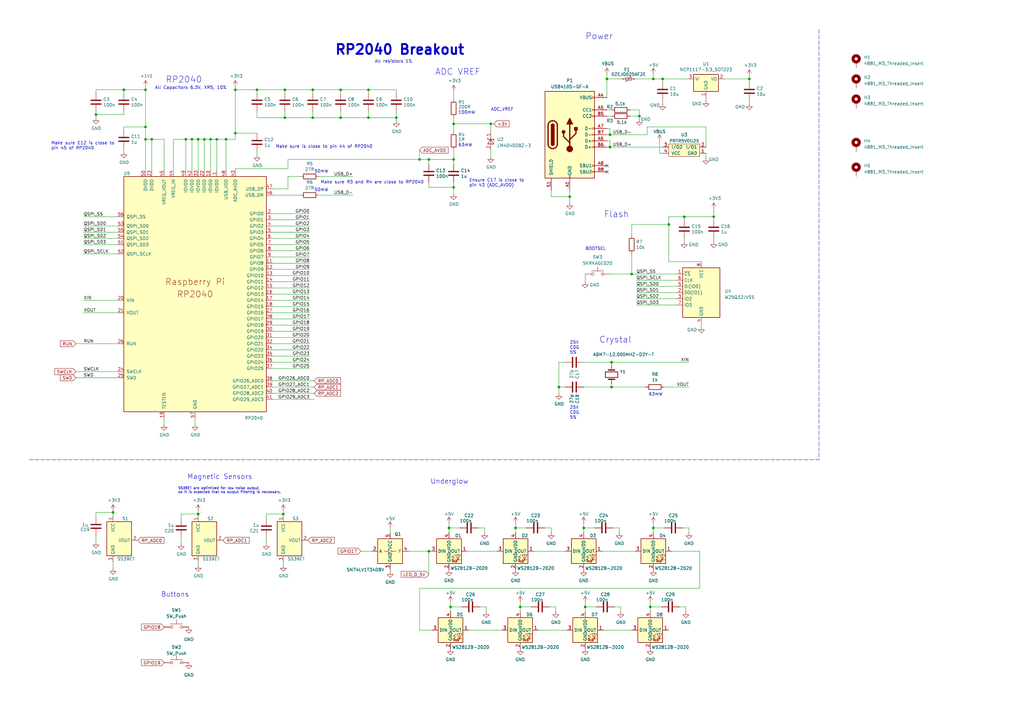
<source format=kicad_sch>
(kicad_sch (version 20230121) (generator eeschema)
  (paper "A3")
  (title_block (title "RP2040 Minimal Design Example") (date "2020-12-18") (rev "REV1") (company "Raspberry Pi (Trading) Ltd"))
  (junction (at 172.085 65.405))
  (junction (at 59.69 36.83))
  (junction (at 250.825 158.75))
  (junction (at 184.15 216.535))
  (junction (at 162.56 48.26))
  (junction (at 46.355 210.185))
  (junction (at 280.67 88.9))
  (junction (at 262.255 47.625))
  (junction (at 96.52 54.61))
  (junction (at 186.055 50.8))
  (junction (at 233.68 80.645))
  (junction (at 151.13 48.26))
  (junction (at 116.205 210.82))
  (junction (at 267.97 32.385))
  (junction (at 211.455 216.535))
  (junction (at 240.03 248.92))
  (junction (at 50.8 36.83))
  (junction (at 86.36 57.15))
  (junction (at 201.295 50.8))
  (junction (at 186.055 65.405))
  (junction (at 259.08 112.395))
  (junction (at 267.97 216.535))
  (junction (at 76.2 57.15))
  (junction (at 213.36 248.92))
  (junction (at 116.84 48.26))
  (junction (at 271.78 32.385))
  (junction (at 83.82 57.15))
  (junction (at 62.23 57.15))
  (junction (at 184.785 248.92))
  (junction (at 248.92 32.385))
  (junction (at 292.735 88.9))
  (junction (at 92.71 57.15))
  (junction (at 307.34 32.385))
  (junction (at 151.13 36.83))
  (junction (at 250.19 60.325))
  (junction (at 59.69 57.15))
  (junction (at 96.52 36.83))
  (junction (at 88.9 57.15))
  (junction (at 274.32 92.075))
  (junction (at 59.69 52.07))
  (junction (at 78.74 57.15))
  (junction (at 81.28 57.15))
  (junction (at 81.28 210.82))
  (junction (at 250.825 148.59))
  (junction (at 250.19 55.245))
  (junction (at 128.27 36.83))
  (junction (at 229.235 158.75))
  (junction (at 128.27 48.26))
  (junction (at 39.37 46.99))
  (junction (at 116.84 36.83))
  (junction (at 175.895 226.06))
  (junction (at 266.7 248.92))
  (junction (at 105.41 36.83))
  (junction (at 239.395 216.535))
  (junction (at 139.7 48.26))
  (junction (at 175.895 65.405))
  (junction (at 186.055 76.835))
  (junction (at 139.7 36.83))
  (no_connect (at 248.92 67.945))
  (no_connect (at 248.92 70.485))
  (wire (pts (xy 184.785 248.92) (xy 184.785 250.825)))
  (wire (pts (xy 34.29 100.33) (xy 48.26 100.33)))
  (wire (pts (xy 271.78 62.865) (xy 270.51 62.865)))
  (wire (pts (xy 92.71 69.85) (xy 92.71 57.15)))
  (wire (pts (xy 74.295 220.345) (xy 74.295 222.885)))
  (wire (pts (xy 116.205 210.82) (xy 109.22 210.82)))
  (wire (pts (xy 46.355 230.505) (xy 46.355 233.045)))
  (wire (pts (xy 191.77 226.06) (xy 203.835 226.06)))
  (wire (pts (xy 48.26 128.27) (xy 34.29 128.27)))
  (wire (pts (xy 59.69 36.83) (xy 59.69 52.07)))
  (wire (pts (xy 48.26 104.14) (xy 34.29 104.14)))
  (wire (pts (xy 281.94 32.385) (xy 271.78 32.385)))
  (wire (pts (xy 247.65 258.445) (xy 259.08 258.445)))
  (wire (pts (xy 39.37 36.83) (xy 50.8 36.83)))
  (wire (pts (xy 96.52 35.56) (xy 96.52 36.83)))
  (wire (pts (xy 239.395 216.535) (xy 243.84 216.535)))
  (wire (pts (xy 128.27 36.83) (xy 139.7 36.83)))
  (wire (pts (xy 250.825 157.48) (xy 250.825 158.75)))
  (wire (pts (xy 260.35 32.385) (xy 267.97 32.385)))
  (wire (pts (xy 50.8 60.96) (xy 50.8 62.23)))
  (wire (pts (xy 50.8 52.07) (xy 59.69 52.07)))
  (wire (pts (xy 292.735 90.17) (xy 292.735 88.9)))
  (wire (pts (xy 111.76 151.13) (xy 127 151.13)))
  (wire (pts (xy 111.76 140.97) (xy 127 140.97)))
  (wire (pts (xy 292.735 88.9) (xy 280.67 88.9)))
  (wire (pts (xy 239.395 148.59) (xy 250.825 148.59)))
  (wire (pts (xy 81.28 57.15) (xy 83.82 57.15)))
  (wire (pts (xy 240.03 248.92) (xy 244.475 248.92)))
  (wire (pts (xy 139.7 45.72) (xy 139.7 48.26)))
  (wire (pts (xy 250.825 45.085) (xy 248.92 45.085)))
  (wire (pts (xy 105.41 36.83) (xy 116.84 36.83)))
  (wire (pts (xy 240.03 112.395) (xy 240.03 115.57)))
  (wire (pts (xy 274.32 92.075) (xy 274.32 88.9)))
  (wire (pts (xy 48.26 88.9) (xy 34.29 88.9)))
  (wire (pts (xy 250.825 158.75) (xy 264.795 158.75)))
  (wire (pts (xy 213.36 248.92) (xy 217.805 248.92)))
  (wire (pts (xy 186.055 74.93) (xy 186.055 76.835)))
  (wire (pts (xy 160.02 216.535) (xy 160.02 218.44)))
  (wire (pts (xy 184.785 248.92) (xy 189.23 248.92)))
  (wire (pts (xy 46.355 209.55) (xy 46.355 210.185)))
  (wire (pts (xy 118.11 69.215) (xy 118.11 65.405)))
  (wire (pts (xy 297.18 32.385) (xy 307.34 32.385)))
  (wire (pts (xy 34.29 123.19) (xy 48.26 123.19)))
  (wire (pts (xy 250.19 60.325) (xy 271.78 60.325)))
  (wire (pts (xy 267.97 216.535) (xy 272.415 216.535)))
  (wire (pts (xy 88.9 57.15) (xy 92.71 57.15)))
  (wire (pts (xy 186.055 50.8) (xy 201.295 50.8)))
  (wire (pts (xy 81.28 69.85) (xy 81.28 57.15)))
  (wire (pts (xy 111.76 120.65) (xy 127 120.65)))
  (wire (pts (xy 184.15 216.535) (xy 184.15 218.44)))
  (wire (pts (xy 116.84 48.26) (xy 105.41 48.26)))
  (wire (pts (xy 172.085 258.445) (xy 177.165 258.445)))
  (wire (pts (xy 59.69 57.15) (xy 59.69 69.85)))
  (wire (pts (xy 116.205 210.82) (xy 116.205 211.455)))
  (wire (pts (xy 111.76 138.43) (xy 127 138.43)))
  (wire (pts (xy 111.76 92.71) (xy 127 92.71)))
  (wire (pts (xy 175.895 235.585) (xy 175.895 226.06)))
  (wire (pts (xy 111.76 118.11) (xy 127 118.11)))
  (wire (pts (xy 250.19 55.245) (xy 265.43 55.245)))
  (wire (pts (xy 248.92 47.625) (xy 250.825 47.625)))
  (wire (pts (xy 265.43 52.07) (xy 265.43 55.245)))
  (wire (pts (xy 233.68 80.645) (xy 233.68 83.185)))
  (wire (pts (xy 267.97 32.385) (xy 271.78 32.385)))
  (wire (pts (xy 213.36 248.92) (xy 213.36 250.825)))
  (wire (pts (xy 96.52 54.61) (xy 105.41 54.61)))
  (wire (pts (xy 281.305 248.92) (xy 278.765 248.92)))
  (wire (pts (xy 128.27 38.1) (xy 128.27 36.83)))
  (wire (pts (xy 250.19 52.705) (xy 250.19 55.245)))
  (wire (pts (xy 219.075 226.06) (xy 231.775 226.06)))
  (wire (pts (xy 76.2 69.85) (xy 76.2 57.15)))
  (polyline (pts (xy 335.915 12.065) (xy 335.915 188.595)) (stroke (width 0) (type dash)))
  (wire (pts (xy 116.84 45.72) (xy 116.84 48.26)))
  (wire (pts (xy 96.52 36.83) (xy 96.52 54.61)))
  (wire (pts (xy 199.39 248.92) (xy 199.39 250.825)))
  (wire (pts (xy 266.7 248.92) (xy 271.145 248.92)))
  (wire (pts (xy 81.28 209.55) (xy 81.28 210.82)))
  (wire (pts (xy 287.02 226.06) (xy 275.59 226.06)))
  (wire (pts (xy 250.825 149.86) (xy 250.825 148.59)))
  (wire (pts (xy 231.775 158.75) (xy 229.235 158.75)))
  (wire (pts (xy 198.755 216.535) (xy 198.755 218.44)))
  (wire (pts (xy 186.055 65.405) (xy 186.055 67.31)))
  (wire (pts (xy 287.655 132.715) (xy 287.655 133.985)))
  (wire (pts (xy 105.41 38.1) (xy 105.41 36.83)))
  (wire (pts (xy 248.92 32.385) (xy 248.92 40.005)))
  (wire (pts (xy 62.23 69.85) (xy 62.23 57.15)))
  (wire (pts (xy 254 216.535) (xy 251.46 216.535)))
  (wire (pts (xy 172.085 241.3) (xy 172.085 258.445)))
  (wire (pts (xy 109.22 220.345) (xy 109.22 222.885)))
  (wire (pts (xy 92.71 57.15) (xy 96.52 57.15)))
  (wire (pts (xy 262.255 47.625) (xy 262.255 48.895)))
  (wire (pts (xy 167.64 226.06) (xy 175.895 226.06)))
  (wire (pts (xy 175.895 226.06) (xy 176.53 226.06)))
  (wire (pts (xy 34.29 92.71) (xy 48.26 92.71)))
  (wire (pts (xy 184.15 214.63) (xy 184.15 216.535)))
  (wire (pts (xy 248.92 30.48) (xy 248.92 32.385)))
  (wire (pts (xy 267.97 30.48) (xy 267.97 32.385)))
  (wire (pts (xy 83.82 57.15) (xy 86.36 57.15)))
  (wire (pts (xy 111.76 87.63) (xy 127 87.63)))
  (wire (pts (xy 88.9 57.15) (xy 88.9 69.85)))
  (wire (pts (xy 111.76 107.95) (xy 127 107.95)))
  (wire (pts (xy 227.965 248.92) (xy 227.965 250.825)))
  (wire (pts (xy 240.03 248.92) (xy 240.03 250.825)))
  (wire (pts (xy 184.785 247.015) (xy 184.785 248.92)))
  (wire (pts (xy 172.085 61.595) (xy 172.085 65.405)))
  (wire (pts (xy 307.34 41.275) (xy 307.34 42.545)))
  (wire (pts (xy 162.56 38.1) (xy 162.56 36.83)))
  (wire (pts (xy 130.81 80.01) (xy 144.78 80.01)))
  (wire (pts (xy 250.19 112.395) (xy 259.08 112.395)))
  (wire (pts (xy 111.76 133.35) (xy 127 133.35)))
  (wire (pts (xy 271.78 41.275) (xy 271.78 42.545)))
  (wire (pts (xy 111.76 105.41) (xy 127 105.41)))
  (wire (pts (xy 81.28 210.82) (xy 74.295 210.82)))
  (wire (pts (xy 34.29 95.25) (xy 48.26 95.25)))
  (wire (pts (xy 151.13 38.1) (xy 151.13 36.83)))
  (wire (pts (xy 250.19 60.325) (xy 250.19 57.785)))
  (wire (pts (xy 118.11 72.39) (xy 123.19 72.39)))
  (wire (pts (xy 67.31 69.85) (xy 67.31 57.15)))
  (wire (pts (xy 151.13 45.72) (xy 151.13 48.26)))
  (wire (pts (xy 111.76 130.81) (xy 127 130.81)))
  (wire (pts (xy 281.305 248.92) (xy 281.305 250.825)))
  (wire (pts (xy 80.01 171.45) (xy 80.01 173.99)))
  (wire (pts (xy 111.76 128.27) (xy 127 128.27)))
  (wire (pts (xy 259.08 104.14) (xy 259.08 112.395)))
  (wire (pts (xy 201.295 50.8) (xy 201.295 53.975)))
  (wire (pts (xy 39.37 46.99) (xy 39.37 48.26)))
  (wire (pts (xy 280.67 88.9) (xy 274.32 88.9)))
  (wire (pts (xy 186.055 61.595) (xy 186.055 65.405)))
  (wire (pts (xy 229.235 148.59) (xy 229.235 158.75)))
  (wire (pts (xy 31.115 140.97) (xy 48.26 140.97)))
  (wire (pts (xy 39.37 46.99) (xy 50.8 46.99)))
  (wire (pts (xy 227.965 248.92) (xy 225.425 248.92)))
  (wire (pts (xy 289.56 62.865) (xy 289.56 64.77)))
  (wire (pts (xy 111.76 125.73) (xy 127 125.73)))
  (polyline (pts (xy 12.065 188.595) (xy 335.915 188.595)) (stroke (width 0) (type dash)))
  (wire (pts (xy 111.76 115.57) (xy 127 115.57)))
  (wire (pts (xy 78.74 57.15) (xy 81.28 57.15)))
  (wire (pts (xy 282.575 216.535) (xy 280.035 216.535)))
  (wire (pts (xy 39.37 219.71) (xy 39.37 222.25)))
  (wire (pts (xy 151.13 48.26) (xy 162.56 48.26)))
  (wire (pts (xy 270.51 62.865) (xy 270.51 57.785)))
  (wire (pts (xy 31.115 152.4) (xy 48.26 152.4)))
  (wire (pts (xy 266.7 247.015) (xy 266.7 248.92)))
  (wire (pts (xy 277.495 117.475) (xy 260.985 117.475)))
  (wire (pts (xy 211.455 214.63) (xy 211.455 216.535)))
  (wire (pts (xy 105.41 45.72) (xy 105.41 48.26)))
  (wire (pts (xy 71.12 57.15) (xy 76.2 57.15)))
  (wire (pts (xy 198.755 216.535) (xy 196.215 216.535)))
  (wire (pts (xy 262.255 45.085) (xy 262.255 47.625)))
  (wire (pts (xy 74.295 210.82) (xy 74.295 212.725)))
  (wire (pts (xy 175.895 65.405) (xy 186.055 65.405)))
  (wire (pts (xy 239.395 158.75) (xy 250.825 158.75)))
  (wire (pts (xy 151.13 36.83) (xy 162.56 36.83)))
  (wire (pts (xy 231.775 148.59) (xy 229.235 148.59)))
  (wire (pts (xy 186.055 48.26) (xy 186.055 50.8)))
  (wire (pts (xy 130.81 72.39) (xy 144.78 72.39)))
  (wire (pts (xy 280.67 90.17) (xy 280.67 88.9)))
  (wire (pts (xy 307.34 32.385) (xy 307.34 31.115)))
  (wire (pts (xy 292.735 85.725) (xy 292.735 88.9)))
  (wire (pts (xy 265.43 52.07) (xy 289.56 52.07)))
  (wire (pts (xy 111.76 156.21) (xy 128.905 156.21)))
  (wire (pts (xy 260.985 125.095) (xy 277.495 125.095)))
  (wire (pts (xy 111.76 100.33) (xy 127 100.33)))
  (wire (pts (xy 59.69 35.56) (xy 59.69 36.83)))
  (wire (pts (xy 46.355 210.185) (xy 46.355 211.455)))
  (wire (pts (xy 96.52 69.215) (xy 96.52 69.85)))
  (wire (pts (xy 139.7 48.26) (xy 128.27 48.26)))
  (wire (pts (xy 147.955 226.06) (xy 152.4 226.06)))
  (wire (pts (xy 111.76 163.83) (xy 128.905 163.83)))
  (wire (pts (xy 111.76 158.75) (xy 128.905 158.75)))
  (wire (pts (xy 213.36 247.015) (xy 213.36 248.92)))
  (wire (pts (xy 175.895 65.405) (xy 175.895 67.31)))
  (wire (pts (xy 111.76 113.03) (xy 127 113.03)))
  (wire (pts (xy 39.37 45.72) (xy 39.37 46.99)))
  (wire (pts (xy 160.02 233.68) (xy 160.02 234.315)))
  (wire (pts (xy 240.03 247.015) (xy 240.03 248.92)))
  (wire (pts (xy 229.235 158.75) (xy 229.235 161.29)))
  (wire (pts (xy 116.205 209.55) (xy 116.205 210.82)))
  (wire (pts (xy 186.055 37.465) (xy 186.055 40.64)))
  (wire (pts (xy 105.41 63.5) (xy 105.41 62.23)))
  (wire (pts (xy 239.395 216.535) (xy 239.395 218.44)))
  (wire (pts (xy 307.34 33.655) (xy 307.34 32.385)))
  (wire (pts (xy 111.76 97.79) (xy 127 97.79)))
  (wire (pts (xy 186.055 50.8) (xy 186.055 53.975)))
  (wire (pts (xy 260.985 122.555) (xy 277.495 122.555)))
  (wire (pts (xy 287.02 226.06) (xy 287.02 241.3)))
  (wire (pts (xy 31.115 154.94) (xy 48.26 154.94)))
  (wire (pts (xy 111.76 161.29) (xy 128.905 161.29)))
  (wire (pts (xy 254.635 248.92) (xy 254.635 250.825)))
  (wire (pts (xy 39.37 38.1) (xy 39.37 36.83)))
  (wire (pts (xy 287.02 241.3) (xy 172.085 241.3)))
  (wire (pts (xy 271.78 33.655) (xy 271.78 32.385)))
  (wire (pts (xy 184.15 216.535) (xy 188.595 216.535)))
  (wire (pts (xy 86.36 69.85) (xy 86.36 57.15)))
  (wire (pts (xy 111.76 90.17) (xy 127 90.17)))
  (wire (pts (xy 239.395 214.63) (xy 239.395 216.535)))
  (wire (pts (xy 59.69 52.07) (xy 59.69 57.15)))
  (wire (pts (xy 267.97 216.535) (xy 267.97 218.44)))
  (wire (pts (xy 199.39 248.92) (xy 196.85 248.92)))
  (wire (pts (xy 50.8 36.83) (xy 59.69 36.83)))
  (wire (pts (xy 220.98 258.445) (xy 232.41 258.445)))
  (wire (pts (xy 211.455 216.535) (xy 215.9 216.535)))
  (wire (pts (xy 226.06 78.105) (xy 226.06 80.645)))
  (wire (pts (xy 116.84 36.83) (xy 128.27 36.83)))
  (wire (pts (xy 233.68 78.105) (xy 233.68 80.645)))
  (wire (pts (xy 226.06 80.645) (xy 233.68 80.645)))
  (wire (pts (xy 118.11 72.39) (xy 118.11 77.47)))
  (wire (pts (xy 247.015 226.06) (xy 260.35 226.06)))
  (wire (pts (xy 162.56 48.26) (xy 162.56 49.53)))
  (wire (pts (xy 96.52 54.61) (xy 96.52 57.15)))
  (wire (pts (xy 248.92 32.385) (xy 255.27 32.385)))
  (wire (pts (xy 111.76 110.49) (xy 127 110.49)))
  (wire (pts (xy 258.445 47.625) (xy 262.255 47.625)))
  (wire (pts (xy 118.11 65.405) (xy 172.085 65.405)))
  (wire (pts (xy 111.76 80.01) (xy 123.19 80.01)))
  (wire (pts (xy 67.31 57.15) (xy 62.23 57.15)))
  (wire (pts (xy 274.32 92.075) (xy 274.32 107.315)))
  (wire (pts (xy 274.32 107.315) (xy 287.655 107.315)))
  (wire (pts (xy 250.825 148.59) (xy 282.575 148.59)))
  (wire (pts (xy 78.74 69.85) (xy 78.74 57.15)))
  (wire (pts (xy 67.31 171.45) (xy 67.31 173.99)))
  (wire (pts (xy 254.635 248.92) (xy 252.095 248.92)))
  (wire (pts (xy 111.76 77.47) (xy 118.11 77.47)))
  (wire (pts (xy 81.28 231.775) (xy 81.28 230.505)))
  (wire (pts (xy 162.56 45.72) (xy 162.56 48.26)))
  (wire (pts (xy 248.92 52.705) (xy 250.19 52.705)))
  (wire (pts (xy 139.7 38.1) (xy 139.7 36.83)))
  (wire (pts (xy 116.84 38.1) (xy 116.84 36.83)))
  (wire (pts (xy 111.76 123.19) (xy 127 123.19)))
  (wire (pts (xy 211.455 216.535) (xy 211.455 218.44)))
  (wire (pts (xy 266.7 248.92) (xy 266.7 250.825)))
  (wire (pts (xy 111.76 146.05) (xy 127 146.05)))
  (wire (pts (xy 260.985 114.935) (xy 277.495 114.935)))
  (wire (pts (xy 111.76 102.87) (xy 127 102.87)))
  (wire (pts (xy 128.27 45.72) (xy 128.27 48.26)))
  (wire (pts (xy 50.8 38.1) (xy 50.8 36.83)))
  (wire (pts (xy 172.085 65.405) (xy 175.895 65.405)))
  (wire (pts (xy 34.29 97.79) (xy 48.26 97.79)))
  (wire (pts (xy 272.415 158.75) (xy 282.575 158.75)))
  (wire (pts (xy 111.76 95.25) (xy 127 95.25)))
  (wire (pts (xy 175.895 74.93) (xy 175.895 76.835)))
  (wire (pts (xy 111.76 135.89) (xy 127 135.89)))
  (wire (pts (xy 289.56 52.07) (xy 289.56 60.325)))
  (wire (pts (xy 62.23 57.15) (xy 59.69 57.15)))
  (wire (pts (xy 259.08 92.075) (xy 259.08 96.52)))
  (wire (pts (xy 259.08 112.395) (xy 277.495 112.395)))
  (wire (pts (xy 111.76 148.59) (xy 127 148.59)))
  (wire (pts (xy 248.92 57.785) (xy 250.19 57.785)))
  (wire (pts (xy 96.52 69.215) (xy 118.11 69.215)))
  (wire (pts (xy 280.67 97.79) (xy 280.67 99.06)))
  (wire (pts (xy 39.37 210.185) (xy 39.37 212.09)))
  (wire (pts (xy 71.12 69.85) (xy 71.12 57.15)))
  (wire (pts (xy 226.06 216.535) (xy 226.06 218.44)))
  (wire (pts (xy 248.92 55.245) (xy 250.19 55.245)))
  (wire (pts (xy 282.575 216.535) (xy 282.575 218.44)))
  (wire (pts (xy 76.2 57.15) (xy 78.74 57.15)))
  (wire (pts (xy 259.08 92.075) (xy 274.32 92.075)))
  (wire (pts (xy 81.28 210.82) (xy 81.28 211.455)))
  (wire (pts (xy 83.82 69.85) (xy 83.82 57.15)))
  (wire (pts (xy 186.055 76.835) (xy 186.055 79.375)))
  (wire (pts (xy 46.355 210.185) (xy 39.37 210.185)))
  (wire (pts (xy 116.205 231.775) (xy 116.205 230.505)))
  (wire (pts (xy 277.495 120.015) (xy 260.985 120.015)))
  (wire (pts (xy 262.255 45.085) (xy 258.445 45.085)))
  (wire (pts (xy 192.405 258.445) (xy 205.74 258.445)))
  (wire (pts (xy 289.56 40.005) (xy 289.56 41.275)))
  (wire (pts (xy 226.06 216.535) (xy 223.52 216.535)))
  (wire (pts (xy 254 216.535) (xy 254 218.44)))
  (wire (pts (xy 50.8 46.99) (xy 50.8 45.72)))
  (wire (pts (xy 128.27 48.26) (xy 116.84 48.26)))
  (wire (pts (xy 50.8 53.34) (xy 50.8 52.07)))
  (wire (pts (xy 139.7 48.26) (xy 151.13 48.26)))
  (wire (pts (xy 201.295 50.8) (xy 202.565 50.8)))
  (wire (pts (xy 139.7 36.83) (xy 151.13 36.83)))
  (wire (pts (xy 248.92 60.325) (xy 250.19 60.325)))
  (wire (pts (xy 201.295 61.595) (xy 201.295 64.135)))
  (wire (pts (xy 267.97 214.63) (xy 267.97 216.535)))
  (wire (pts (xy 111.76 143.51) (xy 127 143.51)))
  (wire (pts (xy 86.36 57.15) (xy 88.9 57.15)))
  (wire (pts (xy 109.22 210.82) (xy 109.22 212.725)))
  (wire (pts (xy 292.735 97.79) (xy 292.735 99.06)))
  (wire (pts (xy 175.895 76.835) (xy 186.055 76.835)))
  (wire (pts (xy 96.52 36.83) (xy 105.41 36.83)))
  (image (at 152.4 -170.815) (scale 5.52324))
  (image (at -136.525 45.085) (scale 2.69118))
  (text "RP2040 Breakout\n" (at 137.16 22.86 0) (effects (font (size 4 4) (thickness 0.8) bold) (justify left bottom)))
  (text "All Capacitors 6.3V, XR5, 10%" (at 63.5 36.83 0) (effects (font (size 1.27 1.27)) (justify left bottom)))
  (text "Make sure C12 is close to \npin 45 of RP2040" (at 20.955 61.595 0) (effects (font (size 1.27 1.27)) (justify left bottom)))
  (text "ADC VREF" (at 178.435 31.115 0) (effects (font (size 2.54 2.54)) (justify left bottom)))
  (text "63mW" (at 266.065 162.56 0) (effects (font (size 1.27 1.27)) (justify left bottom)))
  (text "25V\nC0G\n5%" (at 233.68 145.415 0) (effects (font (size 1.27 1.27)) (justify left bottom)))
  (text "ADC_VREF" (at 201.295 45.72 0) (effects (font (size 1.27 1.27)) (justify left bottom)))
  (text "Make sure R3 and R4 are close to RP2040" (at 131.445 75.565 0) (effects (font (size 1.27 1.27)) (justify left bottom)))
  (text "Magnetic Sensors" (at 76.835 196.85 0) (effects (font (size 2 2)) (justify left bottom)))
  (text "Underglow" (at 176.53 198.755 0) (effects (font (size 2 2)) (justify left bottom)))
  (text "63mW" (at 187.96 60.325 0) (effects (font (size 1.27 1.27)) (justify left bottom)))
  (text "RP2040" (at 67.945 34.29 0) (effects (font (size 2.54 2.54)) (justify left bottom)))
  (text "SS39ET are optimized for low noise output, \nso it is expected that no output filtering is necessary." (at 73.025 202.565 0) (effects (font (size 1 1)) (justify left bottom)))
  (text "BOOTSEL" (at 240.03 102.87 0) (effects (font (size 1.27 1.27)) (justify left bottom)))
  (text "Power" (at 240.03 16.51 0) (effects (font (size 2.54 2.54)) (justify left bottom)))
  (text "Buttons" (at 66.04 245.11 0) (effects (font (size 2 2)) (justify left bottom)))
  (text "Crystal" (at 245.745 140.97 0) (effects (font (size 2.54 2.54)) (justify left bottom)))
  (text "Make sure is close to pin 44 of RP2040" (at 113.03 60.96 0) (effects (font (size 1.27 1.27)) (justify left bottom)))
  (text "All resistors 1%" (at 153.67 26.035 0) (effects (font (size 1.27 1.27)) (justify left bottom)))
  (text "50mW" (at 128.905 71.12 0) (effects (font (size 1.27 1.27)) (justify left bottom)))
  (text "25V\nC0G\n5%" (at 233.68 172.085 0) (effects (font (size 1.27 1.27)) (justify left bottom)))
  (text "50mW" (at 128.905 78.74 0) (effects (font (size 1.27 1.27)) (justify left bottom)))
  (text "Flash" (at 247.65 89.535 0) (effects (font (size 2.54 2.54)) (justify left bottom)))
  (text "Ensure C17 is close to \npin 43 (ADC_AVDD)" (at 192.405 76.835 0) (effects (font (size 1.27 1.27)) (justify left bottom)))
  (text "100mW" (at 187.96 46.99 0) (effects (font (size 1.27 1.27)) (justify left bottom)))
  (label "GPIO3" (at 127 95.25 180))
  (label "QSPI_SCLK" (at 260.985 114.935 0))
  (label "QSPI_SD2" (at 260.985 122.555 0))
  (label "GPIO22" (at 127 143.51 180))
  (label "QSPI_SD0" (at 260.985 117.475 0))
  (label "GPIO0" (at 127 87.63 180))
  (label "QSPI_SD3" (at 34.29 100.33 0))
  (label "GPIO15" (at 127 125.73 180))
  (label "GPIO2" (at 127 92.71 180))
  (label "GPIO19" (at 127 135.89 180))
  (label "XOUT" (at 34.29 128.27 0))
  (label "GPIO6" (at 127 102.87 180))
  (label "QSPI_SD1" (at 260.985 120.015 0))
  (label "QSPI_SD0" (at 34.29 92.71 0))
  (label "GPIO23" (at 127 146.05 180))
  (label "GPIO28_ADC2" (at 127 161.29 180))
  (label "GPIO17" (at 127 130.81 180))
  (label "XIN" (at 34.29 123.19 0))
  (label "USB_D+" (at 259.08 60.325 180))
  (label "USB_D+" (at 144.78 72.39 180))
  (label "USB_D-" (at 144.78 80.01 180))
  (label "SWD" (at 34.29 154.94 0))
  (label "GPIO13" (at 127 120.65 180))
  (label "GPIO5" (at 127 100.33 180))
  (label "GPIO29_ADC3" (at 127 163.83 180))
  (label "GPIO24" (at 127 148.59 180))
  (label "GPIO21" (at 127 140.97 180))
  (label "QSPI_SD3" (at 260.985 125.095 0))
  (label "GPIO10" (at 127 113.03 180))
  (label "GPIO1" (at 127 90.17 180))
  (label "RUN" (at 34.29 140.97 0))
  (label "SWCLK" (at 34.29 152.4 0))
  (label "GPIO9" (at 127 110.49 180))
  (label "XIN" (at 282.575 148.59 180))
  (label "GPIO16" (at 127 128.27 180))
  (label "GPIO20" (at 127 138.43 180))
  (label "GPIO4" (at 127 97.79 180))
  (label "GPIO8" (at 127 107.95 180))
  (label "QSPI_SD1" (at 34.29 95.25 0))
  (label "GPIO18" (at 127 133.35 180))
  (label "GPIO25" (at 127 151.13 180))
  (label "XOUT" (at 282.575 158.75 180))
  (label "GPIO12" (at 127 118.11 180))
  (label "QSPI_SCLK" (at 34.29 104.14 0))
  (label "GPIO26_ADC0" (at 127 156.21 180))
  (label "USB_D-" (at 259.08 55.245 180))
  (label "QSPI_SS" (at 34.29 88.9 0))
  (label "GPIO14" (at 127 123.19 180))
  (label "GPIO7" (at 127 105.41 180))
  (label "GPIO11" (at 127 115.57 180))
  (label "GPIO27_ADC1" (at 127 158.75 180))
  (label "QSPI_SS" (at 260.985 112.395 0))
  (label "QSPI_SD2" (at 34.29 97.79 0))
  (global_label "+3V" (shape input) (at 202.565 50.8 0) (property "Intersheetrefs" "${INTERSHEET_REFS}" (effects hide)))
  (global_label "RP_ADC0" (shape input) (at 56.515 221.615 0) (property "Intersheetrefs" "${INTERSHEET_REFS}" (effects hide)))
  (global_label "RP_ADC1" (shape input) (at 128.905 158.75 0) (property "Intersheetrefs" "${INTERSHEET_REFS}" (effects hide)))
  (global_label "RP_ADC0" (shape input) (at 128.905 156.21 0) (property "Intersheetrefs" "${INTERSHEET_REFS}" (effects hide)))
  (global_label "RP_ADC2" (shape input) (at 126.365 221.615 0) (property "Intersheetrefs" "${INTERSHEET_REFS}" (effects hide)))
  (global_label "ADC_AVDD" (shape input) (at 172.085 61.595 0) (property "Intersheetrefs" "${INTERSHEET_REFS}" (effects hide)))
  (global_label "GPIO17" (shape input) (at 147.955 226.06 180) (property "Intersheetrefs" "${INTERSHEET_REFS}" (effects hide)))
  (global_label "RP_ADC1" (shape input) (at 91.44 221.615 0) (property "Intersheetrefs" "${INTERSHEET_REFS}" (effects hide)))
  (global_label "LED_D_5V" (shape input) (at 175.895 235.585 180) (property "Intersheetrefs" "${INTERSHEET_REFS}" (effects hide)))
  (global_label "RP_ADC2" (shape input) (at 128.905 161.29 0) (property "Intersheetrefs" "${INTERSHEET_REFS}" (effects hide)))
  (global_label "GPIO19" (shape input) (at 67.31 271.78 180) (property "Intersheetrefs" "${INTERSHEET_REFS}" (effects hide)))
  (global_label "SWD" (shape input) (at 31.115 154.94 180) (property "Intersheetrefs" "${INTERSHEET_REFS}" (effects hide)))
  (global_label "GPIO18" (shape input) (at 67.31 257.175 180) (property "Intersheetrefs" "${INTERSHEET_REFS}" (effects hide)))
  (global_label "SWCLK" (shape input) (at 31.115 152.4 180) (property "Intersheetrefs" "${INTERSHEET_REFS}" (effects hide)))
  (global_label "RUN" (shape input) (at 31.115 140.97 180) (property "Intersheetrefs" "${INTERSHEET_REFS}" (effects hide)))
  (symbol (lib_id "MCU_RaspberryPi_RP2040:RP2040") (at 80.01 120.65 0) (unit 1)
    (property "Reference" "U5" (at 52.07 71.12 0))
    (property "Value" "RP2040" (at 104.14 171.45 0))
    (property "Footprint" "RP2040_minimal:RP2040-QFN-56" (effects hide))
  )
  (symbol (lib_id "Device:C") (at 235.585 148.59 270) (unit 1)
    (property "Reference" "C17" (at 236.7534 151.511 0) (effects (justify left)))
    (property "Value" "27p" (at 234.442 151.511 0) (effects (justify left)))
    (property "Footprint" "Capacitor_SMD:C_0402_1005Metric" (effects hide))
  )
  (symbol (lib_id "Device:C") (at 235.585 158.75 270) (unit 1)
    (property "Reference" "C18" (at 236.7534 161.671 0) (effects (justify left)))
    (property "Value" "27p" (at 234.442 161.671 0) (effects (justify left)))
    (property "Footprint" "Capacitor_SMD:C_0402_1005Metric" (effects hide))
  )
  (symbol (lib_id "power:GND") (at 229.235 161.29 0) (unit 1)
    (property "Reference" "#PWR024" (effects hide))
    (property "Value" "GND" (at 229.362 165.6842 0))
  )
  (symbol (lib_id "power:+3V3") (at 292.735 85.725 0) (unit 1)
    (property "Reference" "#PWR020" (effects hide))
    (property "Value" "+3V3" (at 293.116 81.3308 0))
  )
  (symbol (lib_id "power:GND") (at 287.655 133.985 0) (unit 1)
    (property "Reference" "#PWR023" (effects hide))
    (property "Value" "GND" (at 283.845 135.255 0))
  )
  (symbol (lib_id "Device:R") (at 259.08 100.33 0) (unit 1)
    (property "Reference" "R7" (at 260.858 99.1616 0) (effects (justify left)))
    (property "Value" "10k" (at 260.858 101.473 0) (effects (justify left)))
    (property "Footprint" "Capacitor_SMD:C_0402_1005Metric" (effects hide))
  )
  (symbol (lib_id "Device:C") (at 280.67 93.98 0) (unit 1)
    (property "Reference" "C15" (at 283.591 92.8116 0) (effects (justify left)))
    (property "Value" "100n" (at 283.591 95.123 0) (effects (justify left)))
    (property "Footprint" "Capacitor_SMD:C_0402_1005Metric" (effects hide))
  )
  (symbol (lib_id "power:GND") (at 280.67 99.06 0) (unit 1)
    (property "Reference" "#PWR021" (effects hide))
    (property "Value" "GND" (at 284.48 100.33 0))
  )
  (symbol (lib_id "power:GND") (at 80.01 173.99 0) (unit 1)
    (property "Reference" "#PWR026" (effects hide))
    (property "Value" "GND" (at 80.137 178.3842 0))
  )
  (symbol (lib_id "power:GND") (at 67.31 173.99 0) (unit 1)
    (property "Reference" "#PWR025" (effects hide))
    (property "Value" "GND" (at 67.437 178.3842 0))
  )
  (symbol (lib_id "Device:R") (at 127 72.39 270) (unit 1)
    (property "Reference" "R5" (at 127 67.1322 90))
    (property "Value" "27R" (at 127 69.4436 90))
    (property "Footprint" "Capacitor_SMD:C_0402_1005Metric" (effects hide))
  )
  (symbol (lib_id "Device:R") (at 127 80.01 270) (unit 1)
    (property "Reference" "R6" (at 127 74.7522 90))
    (property "Value" "27R" (at 127 77.0636 90))
    (property "Footprint" "Capacitor_SMD:C_0402_1005Metric" (effects hide))
  )
  (symbol (lib_id "power:GND") (at 233.68 83.185 0) (unit 1)
    (property "Reference" "#PWR019" (effects hide))
    (property "Value" "GND" (at 233.807 87.5792 0))
  )
  (symbol (lib_id "power:+3V3") (at 96.52 35.56 0) (unit 1)
    (property "Reference" "#PWR05" (effects hide))
    (property "Value" "+3V3" (at 96.901 31.1658 0))
  )
  (symbol (lib_id "power:+1V1") (at 59.69 35.56 0) (unit 1)
    (property "Reference" "#PWR04" (effects hide))
    (property "Value" "+1V1" (at 60.071 31.1658 0))
  )
  (symbol (lib_id "Device:C") (at 105.41 41.91 0) (unit 1)
    (property "Reference" "C5" (at 108.331 40.7416 0) (effects (justify left)))
    (property "Value" "100n" (at 108.331 43.053 0) (effects (justify left)))
    (property "Footprint" "Capacitor_SMD:C_0402_1005Metric" (effects hide))
  )
  (symbol (lib_id "Device:C") (at 116.84 41.91 0) (unit 1)
    (property "Reference" "C6" (at 119.761 40.7416 0) (effects (justify left)))
    (property "Value" "100n" (at 119.761 43.053 0) (effects (justify left)))
    (property "Footprint" "Capacitor_SMD:C_0402_1005Metric" (effects hide))
  )
  (symbol (lib_id "Device:C") (at 128.27 41.91 0) (unit 1)
    (property "Reference" "C7" (at 131.191 40.7416 0) (effects (justify left)))
    (property "Value" "100n" (at 131.191 43.053 0) (effects (justify left)))
    (property "Footprint" "Capacitor_SMD:C_0402_1005Metric" (effects hide))
  )
  (symbol (lib_id "Device:C") (at 139.7 41.91 0) (unit 1)
    (property "Reference" "C8" (at 142.621 40.7416 0) (effects (justify left)))
    (property "Value" "100n" (at 142.621 43.053 0) (effects (justify left)))
    (property "Footprint" "Capacitor_SMD:C_0402_1005Metric" (effects hide))
  )
  (symbol (lib_id "Device:C") (at 151.13 41.91 0) (unit 1)
    (property "Reference" "C9" (at 154.051 40.7416 0) (effects (justify left)))
    (property "Value" "100n" (at 154.051 43.053 0) (effects (justify left)))
    (property "Footprint" "Capacitor_SMD:C_0402_1005Metric" (effects hide))
  )
  (symbol (lib_id "Device:C") (at 162.56 41.91 0) (unit 1)
    (property "Reference" "C10" (at 165.481 40.7416 0) (effects (justify left)))
    (property "Value" "100n" (at 165.481 43.053 0) (effects (justify left)))
    (property "Footprint" "Capacitor_SMD:C_0402_1005Metric" (effects hide))
  )
  (symbol (lib_id "Device:C") (at 39.37 41.91 0) (unit 1)
    (property "Reference" "C3" (at 42.291 40.7416 0) (effects (justify left)))
    (property "Value" "100n" (at 42.291 43.053 0) (effects (justify left)))
    (property "Footprint" "Capacitor_SMD:C_0402_1005Metric" (effects hide))
  )
  (symbol (lib_id "Device:C") (at 50.8 41.91 0) (unit 1)
    (property "Reference" "C4" (at 53.721 40.7416 0) (effects (justify left)))
    (property "Value" "100n" (at 53.721 43.053 0) (effects (justify left)))
    (property "Footprint" "Capacitor_SMD:C_0402_1005Metric" (effects hide))
  )
  (symbol (lib_id "Device:C") (at 50.8 57.15 0) (unit 1)
    (property "Reference" "C11" (at 53.721 55.9816 0) (effects (justify left)))
    (property "Value" "1u" (at 53.721 58.293 0) (effects (justify left)))
    (property "Footprint" "Capacitor_SMD:C_0402_1005Metric" (effects hide))
  )
  (symbol (lib_id "Device:C") (at 105.41 58.42 0) (unit 1)
    (property "Reference" "C12" (at 108.331 57.2516 0) (effects (justify left)))
    (property "Value" "1u" (at 108.331 59.563 0) (effects (justify left)))
    (property "Footprint" "Capacitor_SMD:C_0402_1005Metric" (effects hide))
  )
  (symbol (lib_id "power:GND") (at 162.56 49.53 0) (unit 1)
    (property "Reference" "#PWR012" (effects hide))
    (property "Value" "GND" (at 162.687 53.9242 0))
  )
  (symbol (lib_id "power:GND") (at 39.37 48.26 0) (unit 1)
    (property "Reference" "#PWR010" (effects hide))
    (property "Value" "GND" (at 39.497 52.6542 0))
  )
  (symbol (lib_id "power:GND") (at 50.8 62.23 0) (unit 1)
    (property "Reference" "#PWR014" (effects hide))
    (property "Value" "GND" (at 50.927 66.6242 0))
  )
  (symbol (lib_id "power:GND") (at 105.41 63.5 0) (unit 1)
    (property "Reference" "#PWR016" (effects hide))
    (property "Value" "GND" (at 105.537 67.8942 0))
  )
  (symbol (lib_id "Regulator_Linear:NCP1117-3.3_SOT223") (at 289.56 32.385 0) (unit 1)
    (property "Reference" "U1" (at 289.56 26.2382 0))
    (property "Value" "NCP1117-3.3_SOT223" (at 289.56 28.5496 0))
    (property "Footprint" "Package_TO_SOT_SMD:SOT-223-3_TabPin2" (effects hide))
    (property "Datasheet" "http://www.onsemi.com/pub_link/Collateral/NCP1117-D.PDF" (effects hide))
  )
  (symbol (lib_id "power:GND") (at 289.56 41.275 0) (unit 1)
    (property "Reference" "#PWR07" (effects hide))
    (property "Value" "GND" (at 285.75 42.545 0))
  )
  (symbol (lib_id "power:+3V3") (at 307.34 31.115 0) (unit 1)
    (property "Reference" "#PWR03" (effects hide))
    (property "Value" "+3V3" (at 307.721 26.7208 0))
  )
  (symbol (lib_id "Device:C") (at 271.78 37.465 0) (unit 1)
    (property "Reference" "C1" (at 274.701 36.2966 0) (effects (justify left)))
    (property "Value" "10u" (at 274.701 38.608 0) (effects (justify left)))
    (property "Footprint" "Capacitor_SMD:C_0805_2012Metric" (effects hide))
  )
  (symbol (lib_id "Device:C") (at 307.34 37.465 0) (unit 1)
    (property "Reference" "C2" (at 310.261 36.2966 0) (effects (justify left)))
    (property "Value" "10u" (at 310.261 38.608 0) (effects (justify left)))
    (property "Footprint" "Capacitor_SMD:C_0805_2012Metric" (effects hide))
  )
  (symbol (lib_id "power:GND") (at 271.78 42.545 0) (unit 1)
    (property "Reference" "#PWR08" (effects hide))
    (property "Value" "GND" (at 268.605 43.18 0))
  )
  (symbol (lib_id "power:GND") (at 307.34 42.545 0) (unit 1)
    (property "Reference" "#PWR09" (effects hide))
    (property "Value" "GND" (at 303.53 43.815 0))
  )
  (symbol (lib_id "Device:R") (at 268.605 158.75 270) (unit 1)
    (property "Reference" "R8" (at 268.605 153.4922 90))
    (property "Value" "1k" (at 268.605 155.8036 90))
    (property "Footprint" "Capacitor_SMD:C_0402_1005Metric" (effects hide))
  )
  (symbol (lib_id "Device:Crystal") (at 250.825 153.67 270) (unit 1)
    (property "Reference" "Y1" (at 254.1524 152.5016 90) (effects (justify left)))
    (property "Value" "ABM7-12.000MHZ-D2Y-T" (at 243.205 145.415 90) (effects (justify left)))
    (property "Footprint" "Crystal:Crystal_SMD_Abracon_ABM7-2Pin_6.0x3.5mm" (effects hide))
  )
  (symbol (lib_id "power:GND") (at 262.255 48.895 0) (unit 1)
    (property "Reference" "#PWR011" (effects hide))
    (property "Value" "GND" (at 264.795 48.895 0))
  )
  (symbol (lib_id "power:GND") (at 186.055 79.375 0) (unit 1)
    (property "Reference" "#PWR018" (effects hide))
    (property "Value" "GND" (at 186.182 83.7692 0))
  )
  (symbol (lib_id "Device:C") (at 175.895 71.12 0) (unit 1)
    (property "Reference" "C13" (at 178.816 69.9516 0) (effects (justify left)))
    (property "Value" "100n" (at 178.816 72.263 0) (effects (justify left)))
    (property "Footprint" "Capacitor_SMD:C_0402_1005Metric" (effects hide))
  )
  (symbol (lib_id "LED:WS2812B-2020") (at 184.15 226.06 0) (unit 1)
    (property "Reference" "D1" (at 187.96 219.71 0))
    (property "Value" "WS2812B-2020" (at 192.405 233.045 0))
    (property "Footprint" "LED_SMD:LED_WS2812B-2020_PLCC4_2.0x2.0mm" (effects hide))
  )
  (symbol (lib_id "Mechanical:4881") (at 351.155 33.655 0) (unit 1)
    (property "Reference" "H2" (at 354.33 31.75 0) (effects (justify left)))
    (property "Value" "4881_M3_Threaded_Insert" (at 354.33 34.29 0) (effects (justify left)))
    (property "Footprint" "MountingHole:4881_M3_Threaded_Insert" (effects hide))
  )
  (symbol (lib_id "power:VBUS") (at 270.51 57.785 0) (unit 1)
    (property "Reference" "#PWR013" (effects hide))
    (property "Value" "VBUS" (at 270.51 53.975 0))
  )
  (symbol (lib_id "Device:C") (at 39.37 215.9 180) (unit 1)
    (property "Reference" "C19" (at 36.83 217.17 0) (effects (justify left)))
    (property "Value" "1u" (at 36.195 215.265 0) (effects (justify left)))
    (property "Footprint" "Capacitor_SMD:C_0402_1005Metric" (effects hide))
  )
  (symbol (lib_name "GND_1") (lib_id "power:GND") (at 282.575 218.44 0) (unit 1)
    (property "Reference" "#PWR039" (effects hide))
    (property "Value" "GND" (at 282.575 222.885 0))
  )
  (symbol (lib_id "Device:C") (at 186.055 71.12 0) (unit 1)
    (property "Reference" "C14" (at 188.976 69.9516 0) (effects (justify left)))
    (property "Value" "1u" (at 188.976 72.263 0) (effects (justify left)))
    (property "Footprint" "Capacitor_SMD:C_0402_1005Metric" (effects hide))
  )
  (symbol (lib_name "GND_1") (lib_id "power:GND") (at 184.785 266.065 0) (unit 1)
    (property "Reference" "#PWR053" (effects hide))
    (property "Value" "GND" (at 184.785 270.51 0))
  )
  (symbol (lib_id "power:+5V") (at 267.97 30.48 0) (unit 1)
    (property "Reference" "#PWR061" (effects hide))
    (property "Value" "+5V" (at 267.97 26.67 0))
  )
  (symbol (lib_name "GND_1") (lib_id "power:GND") (at 77.47 257.175 0) (unit 1)
    (property "Reference" "#PWR056" (effects hide))
    (property "Value" "GND" (at 77.47 262.255 0))
  )
  (symbol (lib_id "LED:WS2812B-2020") (at 266.7 258.445 0) (unit 1)
    (property "Reference" "D8" (at 270.51 252.095 0))
    (property "Value" "WS2812B-2020" (at 274.955 265.43 0))
    (property "Footprint" "LED_SMD:LED_WS2812B-2020_PLCC4_2.0x2.0mm" (effects hide))
  )
  (symbol (lib_id "Device:C") (at 193.04 248.92 90) (unit 1)
    (property "Reference" "C26" (at 194.945 243.84 90) (effects (justify left)))
    (property "Value" "100n" (at 194.183 245.999 90) (effects (justify left)))
    (property "Footprint" "Capacitor_SMD:C_0402_1005Metric" (effects hide))
  )
  (symbol (lib_name "GND_1") (lib_id "power:GND") (at 266.7 266.065 0) (unit 1)
    (property "Reference" "#PWR063" (effects hide))
    (property "Value" "GND" (at 266.7 270.51 0))
  )
  (symbol (lib_id "power:GND") (at 109.22 222.885 0) (unit 1)
    (property "Reference" "#PWR044" (effects hide))
    (property "Value" "GND" (at 109.347 227.2792 0))
  )
  (symbol (lib_id "power:+5V") (at 213.36 247.015 0) (unit 1)
    (property "Reference" "#PWR035" (effects hide))
    (property "Value" "+5V" (at 213.36 243.205 0))
  )
  (symbol (lib_id "power:+5V") (at 239.395 214.63 0) (unit 1)
    (property "Reference" "#PWR033" (effects hide))
    (property "Value" "+5V" (at 239.395 210.82 0))
  )
  (symbol (lib_id "Device:C") (at 192.405 216.535 90) (unit 1)
    (property "Reference" "C22" (at 194.31 211.455 90) (effects (justify left)))
    (property "Value" "100n" (at 193.548 213.614 90) (effects (justify left)))
    (property "Footprint" "Capacitor_SMD:C_0402_1005Metric" (effects hide))
  )
  (symbol (lib_name "GND_1") (lib_id "power:GND") (at 77.47 271.78 0) (unit 1)
    (property "Reference" "#PWR060" (effects hide))
    (property "Value" "GND" (at 77.47 276.86 0))
  )
  (symbol (lib_name "GND_1") (lib_id "power:GND") (at 227.965 250.825 0) (unit 1)
    (property "Reference" "#PWR052" (effects hide))
    (property "Value" "GND" (at 227.965 255.27 0))
  )
  (symbol (lib_id "Device:R") (at 186.055 44.45 0) (unit 1)
    (property "Reference" "R1" (at 187.96 41.91 0) (effects (justify left)))
    (property "Value" "200R" (at 187.96 43.815 0) (effects (justify left)))
    (property "Footprint" "Capacitor_SMD:C_0603_1608Metric" (effects hide))
  )
  (symbol (lib_id "Reference_Voltage:LM4040DBZ-3") (at 201.295 57.785 90) (unit 1)
    (property "Reference" "U2" (at 203.835 57.15 90) (effects (justify right)))
    (property "Value" "LM4040DBZ-3" (at 203.835 59.69 90) (effects (justify right)))
    (property "Footprint" "Package_TO_SOT_SMD:SOT-23" (effects hide))
    (property "Datasheet" "http://www.ti.com/lit/ds/symlink/lm4040-n.pdf" (effects hide))
  )
  (symbol (lib_id "LED:WS2812B-2020") (at 184.785 258.445 0) (unit 1)
    (property "Reference" "D5" (at 188.595 252.095 0))
    (property "Value" "WS2812B-2020" (at 193.04 265.43 0))
    (property "Footprint" "LED_SMD:LED_WS2812B-2020_PLCC4_2.0x2.0mm" (effects hide))
  )
  (symbol (lib_name "GND_1") (lib_id "power:GND") (at 254 218.44 0) (unit 1)
    (property "Reference" "#PWR038" (effects hide))
    (property "Value" "GND" (at 254 222.885 0))
  )
  (symbol (lib_id "power:+3V3") (at 81.28 209.55 0) (unit 1)
    (property "Reference" "#PWR028" (effects hide))
    (property "Value" "+3V3" (at 81.661 205.1558 0))
  )
  (symbol (lib_id "Mechanical:4881") (at 351.155 41.91 0) (unit 1)
    (property "Reference" "H3" (at 354.33 40.005 0) (effects (justify left)))
    (property "Value" "4881_M3_Threaded_Insert" (at 354.33 42.545 0) (effects (justify left)))
    (property "Footprint" "MountingHole:4881_M3_Threaded_Insert" (effects hide))
  )
  (symbol (lib_id "Device:C") (at 109.22 216.535 180) (unit 1)
    (property "Reference" "C21" (at 106.299 217.7034 0) (effects (justify left)))
    (property "Value" "1u" (at 106.299 215.392 0) (effects (justify left)))
    (property "Footprint" "Capacitor_SMD:C_0402_1005Metric" (effects hide))
  )
  (symbol (lib_name "GND_1") (lib_id "power:GND") (at 211.455 233.68 0) (unit 1)
    (property "Reference" "#PWR047" (effects hide))
    (property "Value" "GND" (at 211.455 238.125 0))
  )
  (symbol (lib_id "Connector:USB_C_Receptacle_USB2.0") (at 233.68 55.245 0) (unit 1)
    (property "Reference" "P1" (at 233.68 33.02 0))
    (property "Value" "USB4105-GF-A" (at 233.68 35.56 0))
    (property "Footprint" "Connector_USB:USB_C_Receptacle_GCT_USB4105-xx-A_16P_TopMnt_Horizontal" (effects hide))
    (property "Datasheet" "https://www.usb.org/sites/default/files/documents/usb_type-c.zip" (effects hide))
  )
  (symbol (lib_id "power:GND") (at 46.355 233.045 0) (unit 1)
    (property "Reference" "#PWR041" (effects hide))
    (property "Value" "GND" (at 46.482 237.4392 0))
  )
  (symbol (lib_id "power:GND") (at 201.295 64.135 0) (unit 1)
    (property "Reference" "#PWR017" (effects hide))
    (property "Value" "GND" (at 201.422 68.5292 0))
  )
  (symbol (lib_id "power:+5V") (at 184.15 214.63 0) (unit 1)
    (property "Reference" "#PWR02" (effects hide))
    (property "Value" "+5V" (at 184.15 210.82 0))
  )
  (symbol (lib_id "Switch:SW_Push") (at 72.39 271.78 0) (unit 1)
    (property "Reference" "SW2" (at 72.39 265.43 0))
    (property "Value" "SW_Push" (at 72.39 267.97 0))
    (property "Footprint" "Button_Switch_SMD:SW_Push_1P1T_NO_6x6mm_H9.5mm" (effects hide))
  )
  (symbol (lib_id "power:GND") (at 39.37 222.25 0) (unit 1)
    (property "Reference" "#PWR040" (effects hide))
    (property "Value" "GND" (at 39.497 226.6442 0))
  )
  (symbol (lib_id "keebio:PRTR5V0U2X") (at 280.67 61.595 180) (unit 1)
    (property "Reference" "U3" (at 280.67 55.245 0))
    (property "Value" "PRTR5V0U2X" (at 280.67 57.785 0))
    (property "Footprint" "Package_TO_SOT_SMD:SOT-143" (effects hide))
  )
  (symbol (lib_id "power:GND") (at 240.03 115.57 0) (unit 1)
    (property "Reference" "#PWR031" (effects hide))
    (property "Value" "GND" (at 243.84 116.84 0))
  )
  (symbol (lib_name "GND_1") (lib_id "power:GND") (at 160.02 234.315 0) (unit 1)
    (property "Reference" "#PWR064" (effects hide))
    (property "Value" "GND" (at 160.02 238.76 0))
  )
  (symbol (lib_id "Device:C") (at 292.735 93.98 0) (unit 1)
    (property "Reference" "C16" (at 295.656 92.8116 0) (effects (justify left)))
    (property "Value" "1u" (at 295.656 95.123 0) (effects (justify left)))
    (property "Footprint" "Capacitor_SMD:C_0402_1005Metric" (effects hide))
  )
  (symbol (lib_name "GND_1") (lib_id "power:GND") (at 239.395 233.68 0) (unit 1)
    (property "Reference" "#PWR048" (effects hide))
    (property "Value" "GND" (at 239.395 238.125 0))
  )
  (symbol (lib_name "GND_1") (lib_id "power:GND") (at 199.39 250.825 0) (unit 1)
    (property "Reference" "#PWR050" (effects hide))
    (property "Value" "GND" (at 199.39 255.27 0))
  )
  (symbol (lib_id "power:+3V3") (at 116.205 209.55 0) (unit 1)
    (property "Reference" "#PWR029" (effects hide))
    (property "Value" "+3V3" (at 116.586 205.1558 0))
  )
  (symbol (lib_name "GND_1") (lib_id "power:GND") (at 240.03 266.065 0) (unit 1)
    (property "Reference" "#PWR058" (effects hide))
    (property "Value" "GND" (at 240.03 270.51 0))
  )
  (symbol (lib_id "power:+3V3") (at 186.055 37.465 0) (unit 1)
    (property "Reference" "#PWR06" (effects hide))
    (property "Value" "+3V3" (at 186.436 33.0708 0))
  )
  (symbol (lib_id "LED:WS2812B-2020") (at 239.395 226.06 0) (unit 1)
    (property "Reference" "D3" (at 243.205 219.71 0))
    (property "Value" "WS2812B-2020" (at 247.65 233.045 0))
    (property "Footprint" "LED_SMD:LED_WS2812B-2020_PLCC4_2.0x2.0mm" (effects hide))
  )
  (symbol (lib_id "power:GND") (at 74.295 222.885 0) (unit 1)
    (property "Reference" "#PWR042" (effects hide))
    (property "Value" "GND" (at 74.422 227.2792 0))
  )
  (symbol (lib_id "Mechanical:4881") (at 351.155 69.85 0) (unit 1)
    (property "Reference" "H5" (at 354.33 67.945 0) (effects (justify left)))
    (property "Value" "4881_M3_Threaded_Insert" (at 354.33 70.485 0) (effects (justify left)))
    (property "Footprint" "MountingHole:4881_M3_Threaded_Insert" (effects hide))
  )
  (symbol (lib_id "power:VBUS") (at 248.92 30.48 0) (unit 1)
    (property "Reference" "#PWR01" (effects hide))
    (property "Value" "VBUS" (at 249.301 26.0858 0))
  )
  (symbol (lib_id "Device:C") (at 219.71 216.535 90) (unit 1)
    (property "Reference" "C23" (at 221.615 211.455 90) (effects (justify left)))
    (property "Value" "100n" (at 220.853 213.614 90) (effects (justify left)))
    (property "Footprint" "Capacitor_SMD:C_0402_1005Metric" (effects hide))
  )
  (symbol (lib_id "Mechanical:4881") (at 351.155 59.69 0) (unit 1)
    (property "Reference" "H4" (at 354.33 57.785 0) (effects (justify left)))
    (property "Value" "4881_M3_Threaded_Insert" (at 354.33 60.325 0) (effects (justify left)))
    (property "Footprint" "MountingHole:4881_M3_Threaded_Insert" (effects hide))
  )
  (symbol (lib_id "Sensor_Magnetic:SS39ET") (at 83.82 219.075 0) (unit 1)
    (property "Reference" "S2" (at 87.63 212.725 0) (effects (justify right)))
    (property "Value" "SS39ET" (at 90.17 229.235 0) (effects (justify right)))
    (property "Footprint" "Package_TO_SOT_SMD:SOT-23-3" (effects hide))
  )
  (symbol (lib_name "GND_1") (lib_id "power:GND") (at 184.15 233.68 0) (unit 1)
    (property "Reference" "#PWR046" (effects hide))
    (property "Value" "GND" (at 184.15 238.125 0))
  )
  (symbol (lib_id "LED:WS2812B-2020") (at 267.97 226.06 0) (unit 1)
    (property "Reference" "D4" (at 271.78 219.71 0))
    (property "Value" "WS2812B-2020" (at 276.225 233.045 0))
    (property "Footprint" "LED_SMD:LED_WS2812B-2020_PLCC4_2.0x2.0mm" (effects hide))
  )
  (symbol (lib_id "Sensor_Magnetic:SS39ET") (at 118.745 219.075 0) (unit 1)
    (property "Reference" "S3" (at 122.555 212.725 0) (effects (justify right)))
    (property "Value" "SS39ET" (at 125.095 229.235 0) (effects (justify right)))
    (property "Footprint" "Package_TO_SOT_SMD:SOT-23-3" (effects hide))
  )
  (symbol (lib_id "LED:WS2812B-2020") (at 213.36 258.445 0) (unit 1)
    (property "Reference" "D6" (at 217.17 252.095 0))
    (property "Value" "WS2812B-2020" (at 221.615 265.43 0))
    (property "Footprint" "LED_SMD:LED_WS2812B-2020_PLCC4_2.0x2.0mm" (effects hide))
  )
  (symbol (lib_id "power:+5V") (at 160.02 216.535 0) (unit 1)
    (property "Reference" "#PWR030" (effects hide))
    (property "Value" "+5V" (at 160.02 212.725 0))
  )
  (symbol (lib_id "power:+5V") (at 240.03 247.015 0) (unit 1)
    (property "Reference" "#PWR055" (effects hide))
    (property "Value" "+5V" (at 240.03 243.205 0))
  )
  (symbol (lib_id "power:+5V") (at 184.785 247.015 0) (unit 1)
    (property "Reference" "#PWR034" (effects hide))
    (property "Value" "+5V" (at 184.785 243.205 0))
  )
  (symbol (lib_id "Device:C") (at 248.285 248.92 90) (unit 1)
    (property "Reference" "C28" (at 250.19 243.84 90) (effects (justify left)))
    (property "Value" "100n" (at 249.428 245.999 90) (effects (justify left)))
    (property "Footprint" "Capacitor_SMD:C_0402_1005Metric" (effects hide))
  )
  (symbol (lib_id "Device:R") (at 186.055 57.785 0) (unit 1)
    (property "Reference" "R4" (at 187.96 55.245 0) (effects (justify left)))
    (property "Value" "1R" (at 187.96 57.15 0) (effects (justify left)))
    (property "Footprint" "Capacitor_SMD:C_0603_1608Metric" (effects hide))
  )
  (symbol (lib_id "Switch:SW_Push") (at 245.11 112.395 0) (unit 1)
    (property "Reference" "SW3" (at 245.11 105.41 0))
    (property "Value" "SKRKAGE020" (at 245.11 107.95 0))
    (property "Footprint" "Button_Switch_SMD:SW_Push_SPST_NO_Alps_SKRK" (effects hide))
  )
  (symbol (lib_id "LED:WS2812B-2020") (at 211.455 226.06 0) (unit 1)
    (property "Reference" "D2" (at 215.265 219.71 0))
    (property "Value" "WS2812B-2020" (at 219.71 233.045 0))
    (property "Footprint" "LED_SMD:LED_WS2812B-2020_PLCC4_2.0x2.0mm" (effects hide))
  )
  (symbol (lib_id "power:GND") (at 81.28 231.775 0) (unit 1)
    (property "Reference" "#PWR043" (effects hide))
    (property "Value" "GND" (at 81.407 236.1692 0))
  )
  (symbol (lib_id "power:GND") (at 116.205 231.775 0) (unit 1)
    (property "Reference" "#PWR045" (effects hide))
    (property "Value" "GND" (at 116.332 236.1692 0))
  )
  (symbol (lib_id "Device:C") (at 221.615 248.92 90) (unit 1)
    (property "Reference" "C27" (at 223.52 243.84 90) (effects (justify left)))
    (property "Value" "100n" (at 222.758 245.999 90) (effects (justify left)))
    (property "Footprint" "Capacitor_SMD:C_0402_1005Metric" (effects hide))
  )
  (symbol (lib_id "power:+5V") (at 211.455 214.63 0) (unit 1)
    (property "Reference" "#PWR032" (effects hide))
    (property "Value" "+5V" (at 211.455 210.82 0))
  )
  (symbol (lib_id "Device:R") (at 254.635 47.625 90) (unit 1)
    (property "Reference" "R3" (at 251.46 49.53 90) (effects (justify left)))
    (property "Value" "5.1k" (at 257.175 50.165 90) (effects (justify left)))
    (property "Footprint" "Capacitor_SMD:C_0402_1005Metric" (effects hide))
  )
  (symbol (lib_id "Sensor_Magnetic:SS39ET") (at 48.895 219.075 0) (unit 1)
    (property "Reference" "S1" (at 52.705 212.725 0) (effects (justify right)))
    (property "Value" "SS39ET" (at 55.245 229.235 0) (effects (justify right)))
    (property "Footprint" "Package_TO_SOT_SMD:SOT-23-3" (effects hide))
  )
  (symbol (lib_name "GND_1") (lib_id "power:GND") (at 281.305 250.825 0) (unit 1)
    (property "Reference" "#PWR062" (effects hide))
    (property "Value" "GND" (at 281.305 255.27 0))
  )
  (symbol (lib_id "Memory_Flash:W25Q32JVSS") (at 287.655 120.015 0) (unit 1)
    (property "Reference" "U4" (at 297.18 119.38 0) (effects (justify left)))
    (property "Value" "W25Q32JVSS" (at 297.18 121.92 0) (effects (justify left)))
    (property "Footprint" "Package_SO:SOIC-8_5.23x5.23mm_P1.27mm" (effects hide))
    (property "Datasheet" "http://www.winbond.com/resource-files/w25q32jv%20revg%2003272018%20plus.pdf" (effects hide))
  )
  (symbol (lib_id "power:+5V") (at 267.97 214.63 0) (unit 1)
    (property "Reference" "#PWR051" (effects hide))
    (property "Value" "+5V" (at 267.97 210.82 0))
  )
  (symbol (lib_id "power:GND") (at 292.735 99.06 0) (unit 1)
    (property "Reference" "#PWR022" (effects hide))
    (property "Value" "GND" (at 296.545 100.33 0))
  )
  (symbol (lib_name "GND_1") (lib_id "power:GND") (at 254.635 250.825 0) (unit 1)
    (property "Reference" "#PWR057" (effects hide))
    (property "Value" "GND" (at 254.635 255.27 0))
  )
  (symbol (lib_id "power:GND") (at 289.56 64.77 0) (unit 1)
    (property "Reference" "#PWR015" (effects hide))
    (property "Value" "GND" (at 292.735 65.405 0))
  )
  (symbol (lib_id "Logic_LevelTranslator:SN74LV1T34DBV") (at 160.02 226.06 0) (unit 1)
    (property "Reference" "Q1" (at 163.195 219.075 0))
    (property "Value" "SN74LV1T34DBV" (at 149.86 233.68 0))
    (property "Footprint" "Package_TO_SOT_SMD:SOT-23-5" (effects hide))
    (property "Datasheet" "https://www.ti.com/lit/ds/symlink/sn74lv1t34.pdf" (effects hide))
  )
  (symbol (lib_name "GND_1") (lib_id "power:GND") (at 226.06 218.44 0) (unit 1)
    (property "Reference" "#PWR037" (effects hide))
    (property "Value" "GND" (at 226.06 222.885 0))
  )
  (symbol (lib_id "Device:R") (at 254.635 45.085 90) (unit 1)
    (property "Reference" "R2" (at 251.46 43.815 90) (effects (justify left)))
    (property "Value" "5.1k" (at 256.54 42.545 90) (effects (justify left)))
    (property "Footprint" "Capacitor_SMD:C_0402_1005Metric" (effects hide))
  )
  (symbol (lib_id "Device:C") (at 274.955 248.92 90) (unit 1)
    (property "Reference" "C29" (at 276.86 243.84 90) (effects (justify left)))
    (property "Value" "100n" (at 276.098 245.999 90) (effects (justify left)))
    (property "Footprint" "Capacitor_SMD:C_0402_1005Metric" (effects hide))
  )
  (symbol (lib_id "Device:C") (at 247.65 216.535 90) (unit 1)
    (property "Reference" "C24" (at 249.555 211.455 90) (effects (justify left)))
    (property "Value" "100n" (at 248.793 213.614 90) (effects (justify left)))
    (property "Footprint" "Capacitor_SMD:C_0402_1005Metric" (effects hide))
  )
  (symbol (lib_name "GND_1") (lib_id "power:GND") (at 267.97 233.68 0) (unit 1)
    (property "Reference" "#PWR049" (effects hide))
    (property "Value" "GND" (at 267.97 238.125 0))
  )
  (symbol (lib_id "Switch:SW_Push") (at 72.39 257.175 0) (unit 1)
    (property "Reference" "SW1" (at 72.39 250.19 0))
    (property "Value" "SW_Push" (at 72.39 252.73 0))
    (property "Footprint" "Button_Switch_SMD:SW_Push_1P1T_NO_6x6mm_H9.5mm" (effects hide))
  )
  (symbol (lib_name "GND_1") (lib_id "power:GND") (at 213.36 266.065 0) (unit 1)
    (property "Reference" "#PWR054" (effects hide))
    (property "Value" "GND" (at 213.36 270.51 0))
  )
  (symbol (lib_id "power:+3V3") (at 46.355 209.55 0) (unit 1)
    (property "Reference" "#PWR027" (effects hide))
    (property "Value" "+3V3" (at 46.736 205.1558 0))
  )
  (symbol (lib_id "power:+5V") (at 266.7 247.015 0) (unit 1)
    (property "Reference" "#PWR059" (effects hide))
    (property "Value" "+5V" (at 266.7 243.205 0))
  )
  (symbol (lib_id "Mechanical:4881") (at 351.155 25.4 0) (unit 1)
    (property "Reference" "H1" (at 354.33 23.495 0) (effects (justify left)))
    (property "Value" "4881_M3_Threaded_Insert" (at 354.33 26.035 0) (effects (justify left)))
    (property "Footprint" "MountingHole:4881_M3_Threaded_Insert" (effects hide))
  )
  (symbol (lib_id "Device:C") (at 74.295 216.535 180) (unit 1)
    (property "Reference" "C20" (at 71.374 217.7034 0) (effects (justify left)))
    (property "Value" "1u" (at 71.374 215.392 0) (effects (justify left)))
    (property "Footprint" "Capacitor_SMD:C_0402_1005Metric" (effects hide))
  )
  (symbol (lib_id "Device:Polyfuse_Small") (at 257.81 32.385 90) (unit 1)
    (property "Reference" "F1" (at 257.175 28.575 90))
    (property "Value" "0ZCJ0025AF2E" (at 257.81 30.48 90))
    (property "Footprint" "Fuse:Fuse_1206_3216Metric" (effects hide))
  )
  (symbol (lib_name "GND_1") (lib_id "power:GND") (at 198.755 218.44 0) (unit 1)
    (property "Reference" "#PWR036" (effects hide))
    (property "Value" "GND" (at 198.755 222.885 0))
  )
  (symbol (lib_id "LED:WS2812B-2020") (at 240.03 258.445 0) (unit 1)
    (property "Reference" "D7" (at 243.84 252.095 0))
    (property "Value" "WS2812B-2020" (at 248.285 265.43 0))
    (property "Footprint" "LED_SMD:LED_WS2812B-2020_PLCC4_2.0x2.0mm" (effects hide))
  )
  (symbol (lib_id "Device:C") (at 276.225 216.535 90) (unit 1)
    (property "Reference" "C25" (at 278.13 211.455 90) (effects (justify left)))
    (property "Value" "100n" (at 277.368 213.614 90) (effects (justify left)))
    (property "Footprint" "Capacitor_SMD:C_0402_1005Metric" (effects hide))
  )
)
</source>
